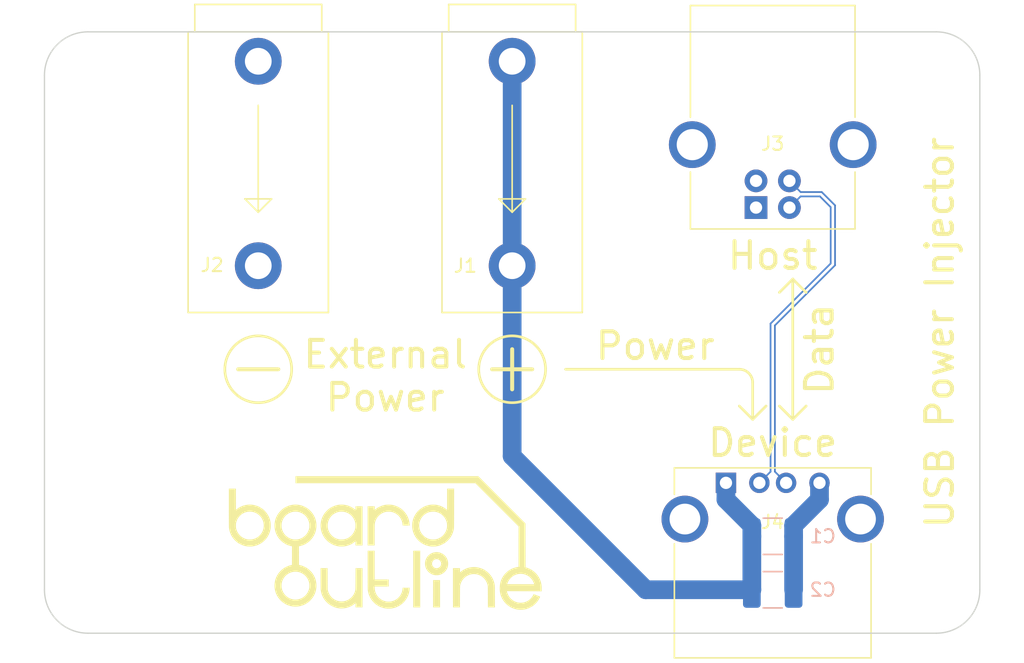
<source format=kicad_pcb>
(kicad_pcb (version 20211014) (generator pcbnew)
  (layers (0 "F.Cu" signal) (1 "In1.Cu" signal) (2 "In2.Cu" signal) (31 "B.Cu" signal) (34 "B.Paste" user) (35 "F.Paste" user) (36 "B.SilkS" user "B.Silkscreen") (37 "F.SilkS" user "F.Silkscreen") (38 "B.Mask" user) (39 "F.Mask" user) (44 "Edge.Cuts" user))
  (net 0 "")
  (net 1 "/USB_POWER")
  (net 2 "GND")
  (net 4 "/D_P")
  (net 5 "/D_N")
  (footprint "LOGO" (layer "F.Cu") (at 140.65132 123.7175)
    (fp_text reference "G***" hide)
    (fp_text value "LOGO" hide)
  )
  (footprint "USB_Power_Injector:USB_A_CONNFLY_DS1095-WNR0" (layer "F.Cu") (at 166.15132 119.2175)
    (fp_text reference "J4" (at 3.5 2.9275) (layer "F.SilkS"))
    (fp_text value "USB_A")
    (pad "1" thru_hole rect (at 0 0) (size 1.524 1.524) (drill 0.92) (layers *.Cu *.Mask) (net 1 "/USB_POWER"))
    (pad "2" thru_hole circle (at 2.5 0) (size 1.524 1.524) (drill 0.92) (layers *.Cu *.Mask) (net 5 "/D_N"))
    (pad "3" thru_hole circle (at 4.5 0) (size 1.524 1.524) (drill 0.92) (layers *.Cu *.Mask) (net 4 "/D_P"))
    (pad "4" thru_hole circle (at 7 0) (size 1.524 1.524) (drill 0.92) (layers *.Cu *.Mask) (net 2 "GND"))
    (pad "5" thru_hole circle (at 10.07 2.71) (size 3.5 3.5) (drill 2.3) (layers *.Cu *.Mask) (net 2 "GND"))
    (pad "5" thru_hole circle (at -3.07 2.71) (size 3.5 3.5) (drill 2.3) (layers *.Cu *.Mask) (net 2 "GND"))
  )
  (footprint "MountingHole:MountingHole_3.2mm_M3_ISO7380" (layer "F.Cu") (at 118.40132 127.2175)
    (fp_text reference "H3" hide)
    (fp_text value "MountingHole M3")
    (pad "" np_thru_hole circle locked (at 0 0) (size 3.2 3.2) (drill 3.2) (layers *.Cu *.Mask))
  )
  (footprint "MountingHole:MountingHole_3.2mm_M3_ISO7380" (layer "F.Cu") (at 181.90132 127.2175)
    (fp_text reference "H1" hide)
    (fp_text value "MountingHole M3")
    (pad "" np_thru_hole circle locked (at 0 0) (size 3.2 3.2) (drill 3.2) (layers *.Cu *.Mask))
  )
  (footprint "USB_Power_Injector:4mm_Banana_Jack_Black_Deltron_571-0100" (layer "F.Cu") (at 131.15132 102.9675 90)
    (fp_text reference "J2" (at 0.05 -3.45 unlocked) (layer "F.SilkS"))
    (fp_text value "Black Banana Jack" hide)
    (pad "1" thru_hole circle (at 0 0 90) (size 3.5 3.5) (drill 2) (layers *.Cu *.Mask) (net 2 "GND"))
    (pad "1" thru_hole circle (at 15.3 0 90) (size 3.5 3.5) (drill 2) (layers *.Cu *.Mask) (net 2 "GND"))
  )
  (footprint "MountingHole:MountingHole_3.2mm_M3_ISO7380" (layer "F.Cu") (at 181.90132 88.7175)
    (fp_text reference "H2" hide)
    (fp_text value "MountingHole M3")
    (pad "" np_thru_hole circle locked (at 0 0) (size 3.2 3.2) (drill 3.2) (layers *.Cu *.Mask))
  )
  (footprint "MountingHole:MountingHole_3.2mm_M3_ISO7380" (layer "F.Cu") (at 118.40132 88.7175)
    (fp_text reference "H4" hide)
    (fp_text value "MountingHole M3")
    (pad "" np_thru_hole circle locked (at 0 0) (size 3.2 3.2) (drill 3.2) (layers *.Cu *.Mask))
  )
  (footprint "USB_Power_Injector:USB_B_OST_USB-B1HSxx_Horizontal" (layer "F.Cu") (at 168.40132 98.6175 90)
    (fp_text reference "J3" (at 4.7775 1.25) (layer "F.SilkS"))
    (fp_text value "USB_B")
    (pad "1" thru_hole rect (at 0 0 90) (size 1.7 1.7) (drill 0.92) (layers *.Cu *.Mask))
    (pad "2" thru_hole circle (at 0 2.5 90) (size 1.7 1.7) (drill 0.92) (layers *.Cu *.Mask) (net 5 "/D_N"))
    (pad "3" thru_hole circle (at 2 2.5 90) (size 1.7 1.7) (drill 0.92) (layers *.Cu *.Mask) (net 4 "/D_P"))
    (pad "4" thru_hole circle (at 2 0 90) (size 1.7 1.7) (drill 0.92) (layers *.Cu *.Mask) (net 2 "GND"))
    (pad "5" thru_hole circle (at 4.71 -4.77 90) (size 3.5 3.5) (drill 2.33) (layers *.Cu *.Mask) (net 2 "GND"))
    (pad "5" thru_hole circle (at 4.71 7.27 90) (size 3.5 3.5) (drill 2.33) (layers *.Cu *.Mask) (net 2 "GND"))
  )
  (footprint "USB_Power_Injector:4mm_Banana_Jack_Red_Deltron_571-0500" (layer "F.Cu") (at 150.15132 102.9675 90)
    (fp_text reference "J1" (at 0 -3.5 unlocked) (layer "F.SilkS"))
    (fp_text value "Red Banana Jack" hide)
    (pad "1" thru_hole circle (at 0 0 90) (size 3.5 3.5) (drill 2) (layers *.Cu *.Mask) (net 1 "/USB_POWER"))
    (pad "1" thru_hole circle (at 15.3 0 90) (size 3.5 3.5) (drill 2) (layers *.Cu *.Mask) (net 1 "/USB_POWER"))
  )
  (footprint "Capacitor_SMD:C_1210_3225Metric_Pad1.33x2.70mm_HandSolder" (layer "B.Cu") (at 169.65132 127.2175)
    (fp_text reference "C2" (at 3.75 0) (layer "B.SilkS") (effects (justify mirror)))
    (fp_text value "N.F.")
    (pad "1" smd roundrect (at -1.5625 0) (size 1.325 2.7) (layers "B.Cu" "B.Paste" "B.Mask") (roundrect_rratio 0.1886792453) (net 1 "/USB_POWER"))
    (pad "2" smd roundrect (at 1.5625 0) (size 1.325 2.7) (layers "B.Cu" "B.Paste" "B.Mask") (roundrect_rratio 0.1886792453) (net 2 "GND"))
  )
  (footprint "Capacitor_SMD:C_1210_3225Metric_Pad1.33x2.70mm_HandSolder" (layer "B.Cu") (at 169.65132 123.2175)
    (fp_text reference "C1" (at 3.75 0) (layer "B.SilkS") (effects (justify mirror)))
    (fp_text value "N.F.")
    (pad "1" smd roundrect (at -1.5625 0) (size 1.325 2.7) (layers "B.Cu" "B.Paste" "B.Mask") (roundrect_rratio 0.1886792453) (net 1 "/USB_POWER"))
    (pad "2" smd roundrect (at 1.5625 0) (size 1.325 2.7) (layers "B.Cu" "B.Paste" "B.Mask") (roundrect_rratio 0.1886792453) (net 2 "GND"))
  )
  (gr_line (start 170.15132 104.9675) (end 171.15132 103.9675) (layer "F.SilkS") (width 0.2))
  (gr_line (start 168.15132 111.7175) (end 168.15132 114.4675) (layer "F.SilkS") (width 0.2))
  (gr_line (start 171.15132 103.9675) (end 171.15132 114.4675) (layer "F.SilkS") (width 0.2))
  (gr_line (start 169.15132 113.4675) (end 168.15132 114.4675) (layer "F.SilkS") (width 0.2))
  (gr_circle (center 131.15132 110.7175) (end 133.65132 110.7175) (layer "F.SilkS") (width 0.2) (fill none))
  (gr_line (start 154.15132 110.7175) (end 167.15132 110.7175) (layer "F.SilkS") (width 0.2))
  (gr_circle (center 150.15132 110.7175) (end 152.65132 110.7175) (layer "F.SilkS") (width 0.2) (fill none))
  (gr_line (start 129.65132 110.7175) (end 132.65132 110.7175) (layer "F.SilkS") (width 0.3))
  (gr_line (start 168.15132 114.4675) (end 167.15132 113.4675) (layer "F.SilkS") (width 0.2))
  (gr_arc (start 167.15132 110.7175) (mid 167.858427 111.010393) (end 168.15132 111.7175) (layer "F.SilkS") (width 0.2))
  (gr_line (start 172.15132 113.4675) (end 171.15132 114.4675) (layer "F.SilkS") (width 0.2))
  (gr_line (start 171.15132 114.4675) (end 170.15132 113.4675) (layer "F.SilkS") (width 0.2))
  (gr_line (start 171.15132 103.9675) (end 172.15132 104.9675) (layer "F.SilkS") (width 0.2))
  (gr_line (start 148.65132 110.7175) (end 151.65132 110.7175) (layer "F.SilkS") (width 0.3))
  (gr_line (start 150.15132 112.2175) (end 150.15132 109.2175) (layer "F.SilkS") (width 0.3))
  (gr_line (start 185.15132 127.2175) (end 185.15132 88.7175) (layer "Edge.Cuts") (width 0.1))
  (gr_arc (start 115.15132 88.7175) (mid 116.103223 86.419403) (end 118.40132 85.4675) (layer "Edge.Cuts") (width 0.1))
  (gr_arc (start 118.40132 130.4675) (mid 116.103223 129.515597) (end 115.15132 127.2175) (layer "Edge.Cuts") (width 0.1))
  (gr_arc (start 185.15132 127.2175) (mid 184.199417 129.515597) (end 181.90132 130.4675) (layer "Edge.Cuts") (width 0.1))
  (gr_line (start 115.15132 88.7175) (end 115.15132 127.2175) (layer "Edge.Cuts") (width 0.1))
  (gr_line (start 118.40132 130.4675) (end 181.90132 130.4675) (layer "Edge.Cuts") (width 0.1))
  (gr_arc (start 181.90132 85.4675) (mid 184.199417 86.419403) (end 185.15132 88.7175) (layer "Edge.Cuts") (width 0.1))
  (gr_line (start 181.90132 85.4675) (end 118.40132 85.4675) (layer "Edge.Cuts") (width 0.1))
  (gr_text "Power" (at 160.86132 108.9675) (layer "F.SilkS") (effects (font (size 2 2) (thickness 0.3))))
  (gr_text "Data\n" (at 173.15132 109.2175 90) (layer "F.SilkS") (effects (font (size 2 2) (thickness 0.3))))
  (gr_text "Host" (at 169.65132 102.2175) (layer "F.SilkS") (effects (font (size 2 2) (thickness 0.3))))
  (gr_text "External\nPower\n" (at 140.65132 111.2175) (layer "F.SilkS") (effects (font (size 2 2) (thickness 0.3))))
  (gr_text "USB Power Injector" (at 182.15132 107.9675 90) (layer "F.SilkS") (effects (font (size 2 2) (thickness 0.3))))
  (gr_text "Device" (at 169.65132 116.2175) (layer "F.SilkS") (effects (font (size 2 2) (thickness 0.3))))
  (segment (start 166.15132 120.4675) (end 166.15132 119.2175) (width 1.4) (layer "B.Cu") (net 1))
  (segment (start 150.15132 102.9675) (end 150.15132 117.2175) (width 1.4) (layer "B.Cu") (net 1))
  (segment (start 160.15132 127.2175) (end 158.40132 125.4675) (width 1.4) (layer "B.Cu") (net 1))
  (segment (start 168.08882 123.2175) (end 168.08882 122.405) (width 1.4) (layer "B.Cu") (net 1))
  (segment (start 168.08882 122.405) (end 166.15132 120.4675) (width 1.4) (layer "B.Cu") (net 1))
  (segment (start 150.15132 117.2175) (end 158.40132 125.4675) (width 1.4) (layer "B.Cu") (net 1))
  (segment (start 150.15132 102.9675) (end 150.15132 87.6675) (width 1.4) (layer "B.Cu") (net 1))
  (segment (start 168.08882 127.2175) (end 160.15132 127.2175) (width 1.4) (layer "B.Cu") (net 1))
  (segment (start 168.08882 127.2175) (end 168.08882 123.2175) (width 1.4) (layer "B.Cu") (net 1))
  (segment (start 173.15132 120.4675) (end 171.21382 122.405) (width 1.4) (layer "B.Cu") (net 2))
  (segment (start 171.21382 122.405) (end 171.21382 123.2175) (width 1.4) (layer "B.Cu") (net 2))
  (segment (start 171.21382 123.2175) (end 171.21382 127.2175) (width 1.4) (layer "B.Cu") (net 2))
  (segment (start 173.15132 119.2175) (end 173.15132 120.4675) (width 1.4) (layer "B.Cu") (net 2))
  (segment (start 174.31482 98.449776) (end 174.31482 102.935224) (width 0.127) (layer "B.Cu") (net 4))
  (segment (start 174.31482 102.935224) (end 169.81482 107.435224) (width 0.127) (layer "B.Cu") (net 4))
  (segment (start 171.73782 97.454) (end 173.319044 97.454) (width 0.127) (layer "B.Cu") (net 4))
  (segment (start 173.319044 97.454) (end 174.31482 98.449776) (width 0.127) (layer "B.Cu") (net 4))
  (segment (start 170.90132 96.6175) (end 171.73782 97.454) (width 0.127) (layer "B.Cu") (net 4))
  (segment (start 169.81482 118.381) (end 170.65132 119.2175) (width 0.127) (layer "B.Cu") (net 4))
  (segment (start 169.81482 107.435224) (end 169.81482 118.381) (width 0.127) (layer "B.Cu") (net 4))
  (segment (start 173.183596 97.781) (end 173.98782 98.585224) (width 0.127) (layer "B.Cu") (net 5))
  (segment (start 173.98782 98.585224) (end 173.98782 102.799776) (width 0.127) (layer "B.Cu") (net 5))
  (segment (start 173.98782 102.799776) (end 169.48782 107.299776) (width 0.127) (layer "B.Cu") (net 5))
  (segment (start 170.90132 98.6175) (end 171.73782 97.781) (width 0.127) (layer "B.Cu") (net 5))
  (segment (start 169.48782 118.381) (end 168.65132 119.2175) (width 0.127) (layer "B.Cu") (net 5))
  (segment (start 171.73782 97.781) (end 173.183596 97.781) (width 0.127) (layer "B.Cu") (net 5))
  (segment (start 169.48782 107.299776) (end 169.48782 118.381) (width 0.127) (layer "B.Cu") (net 5))
)
</source>
